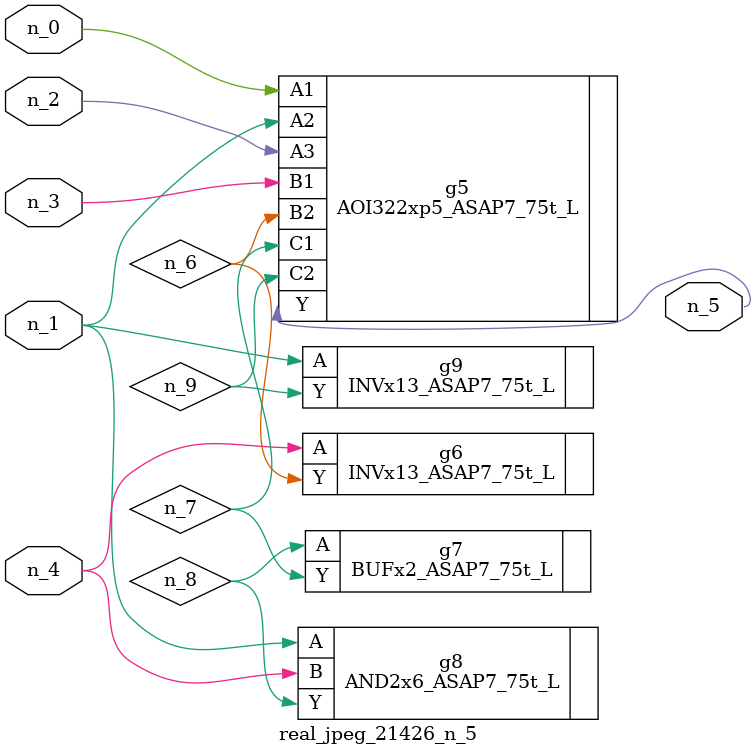
<source format=v>
module real_jpeg_21426_n_5 (n_4, n_0, n_1, n_2, n_3, n_5);

input n_4;
input n_0;
input n_1;
input n_2;
input n_3;

output n_5;

wire n_8;
wire n_6;
wire n_7;
wire n_9;

AOI322xp5_ASAP7_75t_L g5 ( 
.A1(n_0),
.A2(n_1),
.A3(n_2),
.B1(n_3),
.B2(n_6),
.C1(n_7),
.C2(n_9),
.Y(n_5)
);

AND2x6_ASAP7_75t_L g8 ( 
.A(n_1),
.B(n_4),
.Y(n_8)
);

INVx13_ASAP7_75t_L g9 ( 
.A(n_1),
.Y(n_9)
);

INVx13_ASAP7_75t_L g6 ( 
.A(n_4),
.Y(n_6)
);

BUFx2_ASAP7_75t_L g7 ( 
.A(n_8),
.Y(n_7)
);


endmodule
</source>
